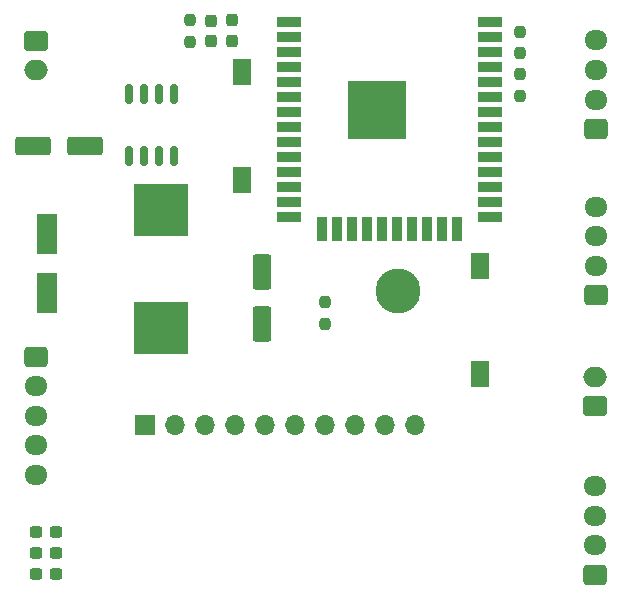
<source format=gbr>
%TF.GenerationSoftware,KiCad,Pcbnew,5.99.0-unknown-5c21f93803~130~ubuntu20.04.1*%
%TF.CreationDate,2021-06-27T12:50:21+02:00*%
%TF.ProjectId,ESP32-Reflow,45535033-322d-4526-9566-6c6f772e6b69,rev?*%
%TF.SameCoordinates,Original*%
%TF.FileFunction,Soldermask,Top*%
%TF.FilePolarity,Negative*%
%FSLAX46Y46*%
G04 Gerber Fmt 4.6, Leading zero omitted, Abs format (unit mm)*
G04 Created by KiCad (PCBNEW 5.99.0-unknown-5c21f93803~130~ubuntu20.04.1) date 2021-06-27 12:50:21*
%MOMM*%
%LPD*%
G01*
G04 APERTURE LIST*
G04 Aperture macros list*
%AMRoundRect*
0 Rectangle with rounded corners*
0 $1 Rounding radius*
0 $2 $3 $4 $5 $6 $7 $8 $9 X,Y pos of 4 corners*
0 Add a 4 corners polygon primitive as box body*
4,1,4,$2,$3,$4,$5,$6,$7,$8,$9,$2,$3,0*
0 Add four circle primitives for the rounded corners*
1,1,$1+$1,$2,$3*
1,1,$1+$1,$4,$5*
1,1,$1+$1,$6,$7*
1,1,$1+$1,$8,$9*
0 Add four rect primitives between the rounded corners*
20,1,$1+$1,$2,$3,$4,$5,0*
20,1,$1+$1,$4,$5,$6,$7,0*
20,1,$1+$1,$6,$7,$8,$9,0*
20,1,$1+$1,$8,$9,$2,$3,0*%
G04 Aperture macros list end*
%ADD10C,3.800000*%
%ADD11R,4.562100X4.462100*%
%ADD12O,1.950000X1.700000*%
%ADD13RoundRect,0.250000X-0.725000X0.600000X-0.725000X-0.600000X0.725000X-0.600000X0.725000X0.600000X0*%
%ADD14RoundRect,0.237500X-0.300000X-0.237500X0.300000X-0.237500X0.300000X0.237500X-0.300000X0.237500X0*%
%ADD15RoundRect,0.250000X0.725000X-0.600000X0.725000X0.600000X-0.725000X0.600000X-0.725000X-0.600000X0*%
%ADD16RoundRect,0.237500X-0.237500X0.250000X-0.237500X-0.250000X0.237500X-0.250000X0.237500X0.250000X0*%
%ADD17RoundRect,0.250000X-0.750000X0.600000X-0.750000X-0.600000X0.750000X-0.600000X0.750000X0.600000X0*%
%ADD18O,2.000000X1.700000*%
%ADD19RoundRect,0.250000X0.750000X-0.600000X0.750000X0.600000X-0.750000X0.600000X-0.750000X-0.600000X0*%
%ADD20O,1.700000X1.700000*%
%ADD21R,1.700000X1.700000*%
%ADD22RoundRect,0.250000X-0.550000X1.250000X-0.550000X-1.250000X0.550000X-1.250000X0.550000X1.250000X0*%
%ADD23RoundRect,0.237500X0.237500X-0.300000X0.237500X0.300000X-0.237500X0.300000X-0.237500X-0.300000X0*%
%ADD24R,2.000000X0.900000*%
%ADD25R,0.900000X2.000000*%
%ADD26R,5.000000X5.000000*%
%ADD27R,1.600000X2.180000*%
%ADD28RoundRect,0.250000X-1.250000X-0.550000X1.250000X-0.550000X1.250000X0.550000X-1.250000X0.550000X0*%
%ADD29R,1.800000X3.500000*%
%ADD30RoundRect,0.150000X0.150000X-0.675000X0.150000X0.675000X-0.150000X0.675000X-0.150000X-0.675000X0*%
%ADD31RoundRect,0.237500X0.237500X-0.250000X0.237500X0.250000X-0.237500X0.250000X-0.237500X-0.250000X0*%
G04 APERTURE END LIST*
D10*
%TO.C,REF\u002A\u002A*%
X139000000Y-100200000D03*
%TD*%
D11*
%TO.C,L1*%
X118920000Y-93390000D03*
X118920000Y-103390000D03*
%TD*%
D12*
%TO.C,J7*%
X108325000Y-115800000D03*
X108325000Y-113300000D03*
X108325000Y-110800000D03*
X108325000Y-108300000D03*
D13*
X108325000Y-105800000D03*
%TD*%
D14*
%TO.C,C7*%
X108337500Y-124200000D03*
X110062500Y-124200000D03*
%TD*%
%TO.C,C6*%
X108337500Y-122400000D03*
X110062500Y-122400000D03*
%TD*%
%TO.C,C5*%
X108337500Y-120600000D03*
X110062500Y-120600000D03*
%TD*%
D15*
%TO.C,J6*%
X155675000Y-124250000D03*
D12*
X155675000Y-121750000D03*
X155675000Y-119250000D03*
X155675000Y-116750000D03*
%TD*%
D16*
%TO.C,R4*%
X132800000Y-101187500D03*
X132800000Y-103012500D03*
%TD*%
%TO.C,R3*%
X149300000Y-78287500D03*
X149300000Y-80112500D03*
%TD*%
D15*
%TO.C,J5*%
X155740000Y-86520000D03*
D12*
X155740000Y-84020000D03*
X155740000Y-81520000D03*
X155740000Y-79020000D03*
%TD*%
D15*
%TO.C,J4*%
X155745000Y-100580000D03*
D12*
X155745000Y-98080000D03*
X155745000Y-95580000D03*
X155745000Y-93080000D03*
%TD*%
D17*
%TO.C,J3*%
X108325000Y-79050000D03*
D18*
X108325000Y-81550000D03*
%TD*%
D19*
%TO.C,J2*%
X155700000Y-110000000D03*
D18*
X155700000Y-107500000D03*
%TD*%
D20*
%TO.C,J1*%
X140435000Y-111600000D03*
X137895000Y-111600000D03*
X135355000Y-111600000D03*
X132815000Y-111600000D03*
X130275000Y-111600000D03*
X127735000Y-111600000D03*
X125195000Y-111600000D03*
X122655000Y-111600000D03*
X120115000Y-111600000D03*
D21*
X117575000Y-111600000D03*
%TD*%
D22*
%TO.C,C4*%
X127500000Y-98600000D03*
X127500000Y-103000000D03*
%TD*%
D23*
%TO.C,C3*%
X123200000Y-79062500D03*
X123200000Y-77337500D03*
%TD*%
D24*
%TO.C,U2*%
X129770000Y-77435000D03*
X129770000Y-78705000D03*
X129770000Y-79975000D03*
X129770000Y-81245000D03*
X129770000Y-82515000D03*
X129770000Y-83785000D03*
X129770000Y-85055000D03*
X129770000Y-86325000D03*
X129770000Y-87595000D03*
X129770000Y-88865000D03*
X129770000Y-90135000D03*
X129770000Y-91405000D03*
X129770000Y-92675000D03*
X129770000Y-93945000D03*
D25*
X132555000Y-94945000D03*
X133825000Y-94945000D03*
X135095000Y-94945000D03*
X136365000Y-94945000D03*
X137635000Y-94945000D03*
X138905000Y-94945000D03*
X140175000Y-94945000D03*
X141445000Y-94945000D03*
X142715000Y-94945000D03*
X143985000Y-94945000D03*
D24*
X146770000Y-93945000D03*
X146770000Y-92675000D03*
X146770000Y-91405000D03*
X146770000Y-90135000D03*
X146770000Y-88865000D03*
X146770000Y-87595000D03*
X146770000Y-86325000D03*
X146770000Y-85055000D03*
X146770000Y-83785000D03*
X146770000Y-82515000D03*
X146770000Y-81245000D03*
X146770000Y-79975000D03*
X146770000Y-78705000D03*
X146770000Y-77435000D03*
D26*
X137270000Y-84935000D03*
%TD*%
D27*
%TO.C,SW1*%
X125770000Y-90865000D03*
X125770000Y-81685000D03*
%TD*%
%TO.C,SW2*%
X145970000Y-98085000D03*
X145970000Y-107265000D03*
%TD*%
D23*
%TO.C,C2*%
X124992000Y-79052500D03*
X124992000Y-77327500D03*
%TD*%
D16*
%TO.C,R2*%
X149300000Y-81887500D03*
X149300000Y-83712500D03*
%TD*%
D28*
%TO.C,C1*%
X108070000Y-87940000D03*
X112470000Y-87940000D03*
%TD*%
D29*
%TO.C,D1*%
X109270000Y-95440000D03*
X109270000Y-100440000D03*
%TD*%
D30*
%TO.C,U1*%
X116265000Y-88815000D03*
X117535000Y-88815000D03*
X118805000Y-88815000D03*
X120075000Y-88815000D03*
X120075000Y-83565000D03*
X118805000Y-83565000D03*
X117535000Y-83565000D03*
X116265000Y-83565000D03*
%TD*%
D31*
%TO.C,R1*%
X121400000Y-79112500D03*
X121400000Y-77287500D03*
%TD*%
M02*

</source>
